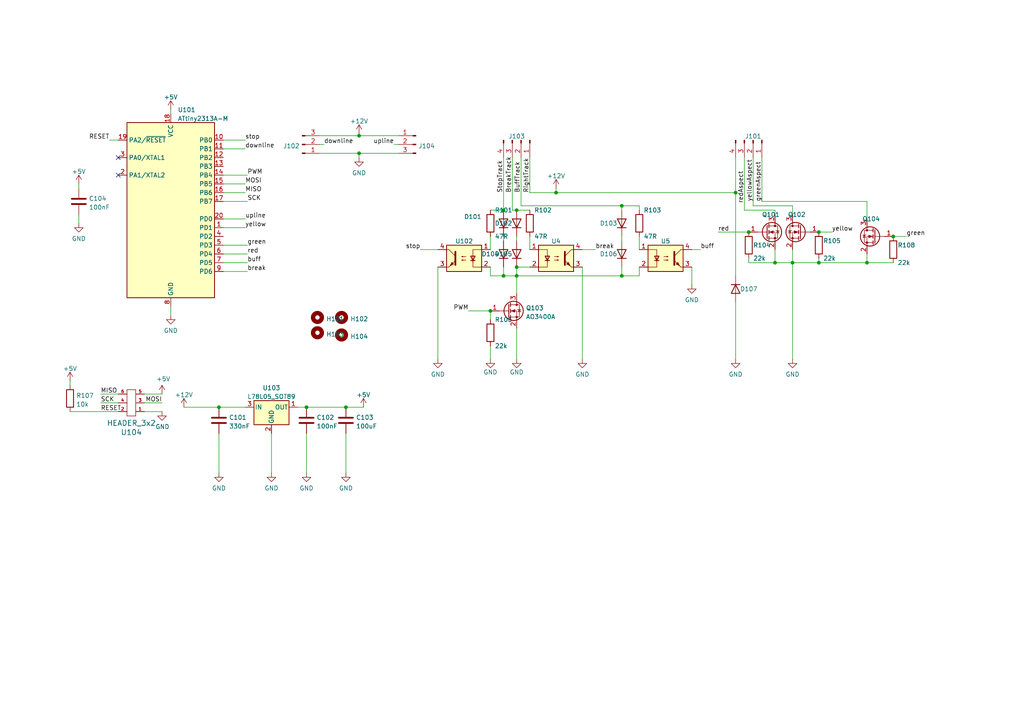
<source format=kicad_sch>
(kicad_sch (version 20211123) (generator eeschema)
  (paper "A4")
  (lib_symbols
    (symbol "Connector:Conn_01x03_Male" (pin_names (offset 1.016) hide)
      (property "Reference" "J" (at 0 5.08 0))
      (property "Value" "Conn_01x03_Male" (at 0 -5.08 0))
      (symbol "Conn_01x03_Male_1_1"
        (polyline (pts (xy 1.27 -2.54) (xy 0.8636 -2.54)) (stroke (width 0.1524)))
        (polyline (pts (xy 1.27 0) (xy 0.8636 0)) (stroke (width 0.1524)))
        (polyline (pts (xy 1.27 2.54) (xy 0.8636 2.54)) (stroke (width 0.1524)))
        (rectangle (start 0.8636 -2.413) (end 0 -2.667) (stroke (width 0.1524)) (fill (type outline)))
        (rectangle (start 0.8636 0.127) (end 0 -0.127) (stroke (width 0.1524)) (fill (type outline)))
        (rectangle (start 0.8636 2.667) (end 0 2.413) (stroke (width 0.1524)) (fill (type outline)))
        (pin passive line (at 5.08 2.54 180) (length 3.81) (name "Pin_1") (number "1"))
        (pin passive line (at 5.08 0 180) (length 3.81) (name "Pin_2") (number "2"))
        (pin passive line (at 5.08 -2.54 180) (length 3.81) (name "Pin_3") (number "3"))
      )
    )
    (symbol "Connector:Conn_01x04_Male" (pin_names (offset 1.016) hide)
      (property "Reference" "J" (at 0 5.08 0))
      (property "Value" "Conn_01x04_Male" (at 0 -7.62 0))
      (symbol "Conn_01x04_Male_1_1"
        (polyline (pts (xy 1.27 -5.08) (xy 0.8636 -5.08)) (stroke (width 0.1524)))
        (polyline (pts (xy 1.27 -2.54) (xy 0.8636 -2.54)) (stroke (width 0.1524)))
        (polyline (pts (xy 1.27 0) (xy 0.8636 0)) (stroke (width 0.1524)))
        (polyline (pts (xy 1.27 2.54) (xy 0.8636 2.54)) (stroke (width 0.1524)))
        (rectangle (start 0.8636 -4.953) (end 0 -5.207) (stroke (width 0.1524)) (fill (type outline)))
        (rectangle (start 0.8636 -2.413) (end 0 -2.667) (stroke (width 0.1524)) (fill (type outline)))
        (rectangle (start 0.8636 0.127) (end 0 -0.127) (stroke (width 0.1524)) (fill (type outline)))
        (rectangle (start 0.8636 2.667) (end 0 2.413) (stroke (width 0.1524)) (fill (type outline)))
        (pin passive line (at 5.08 2.54 180) (length 3.81) (name "Pin_1") (number "1"))
        (pin passive line (at 5.08 0 180) (length 3.81) (name "Pin_2") (number "2"))
        (pin passive line (at 5.08 -2.54 180) (length 3.81) (name "Pin_3") (number "3"))
        (pin passive line (at 5.08 -5.08 180) (length 3.81) (name "Pin_4") (number "4"))
      )
    )
    (symbol "Device:C" (pin_numbers hide) (pin_names (offset 0.254))
      (property "Reference" "C" (at 0.635 2.54 0))
      (property "Value" "C" (at 0.635 -2.54 0))
      (symbol "C_0_1"
        (polyline (pts (xy -2.032 -0.762) (xy 2.032 -0.762)) (stroke (width 0.508)))
        (polyline (pts (xy -2.032 0.762) (xy 2.032 0.762)) (stroke (width 0.508)))
      )
      (symbol "C_1_1"
        (pin passive line (at 0 3.81 270) (length 2.794) (name "~") (number "1"))
        (pin passive line (at 0 -3.81 90) (length 2.794) (name "~") (number "2"))
      )
    )
    (symbol "Device:R" (pin_numbers hide) (pin_names (offset 0))
      (property "Reference" "R" (at 2.032 0 90))
      (property "Value" "R" (at 0 0 90))
      (symbol "R_0_1"
        (rectangle (start -1.016 -2.54) (end 1.016 2.54) (stroke (width 0.254)))
      )
      (symbol "R_1_1"
        (pin passive line (at 0 3.81 270) (length 1.27) (name "~") (number "1"))
        (pin passive line (at 0 -3.81 90) (length 1.27) (name "~") (number "2"))
      )
    )
    (symbol "Diode:SM4007" (pin_numbers hide) (pin_names (offset 1.016) hide)
      (property "Reference" "D" (at 0 2.54 0))
      (property "Value" "SM4007" (at 0 -2.54 0))
      (symbol "SM4007_0_1"
        (polyline (pts (xy -1.27 1.27) (xy -1.27 -1.27)) (stroke (width 0.254)))
        (polyline (pts (xy 1.27 0) (xy -1.27 0)))
        (polyline (pts (xy 1.27 1.27) (xy 1.27 -1.27) (xy -1.27 0) (xy 1.27 1.27)) (stroke (width 0.254)))
      )
      (symbol "SM4007_1_1"
        (pin passive line (at -3.81 0 0) (length 2.54) (name "K") (number "1"))
        (pin passive line (at 3.81 0 180) (length 2.54) (name "A") (number "2"))
      )
    )
    (symbol "Isolator:SFH617A-3X017T" (pin_names (offset 1.016))
      (property "Reference" "U" (at -5.08 6.35 0))
      (property "Value" "SFH617A-3X017T" (at -5.08 -6.35 0))
      (symbol "SFH617A-3X017T_0_1"
        (rectangle (start -5.08 3.81) (end 5.08 -3.81) (stroke (width 0.254)) (fill (type background)))
        (polyline (pts (xy -3.175 -0.635) (xy -1.905 -0.635)) (stroke (width 0.254)))
        (polyline (pts (xy 2.54 0.635) (xy 4.445 2.54)))
        (polyline (pts (xy 4.445 -2.54) (xy 2.54 -0.635)) (fill (type outline)))
        (polyline (pts (xy 4.445 -2.54) (xy 5.08 -2.54)))
        (polyline (pts (xy 4.445 2.54) (xy 5.08 2.54)))
        (polyline (pts (xy -2.54 -0.635) (xy -2.54 -2.54) (xy -5.08 -2.54)))
        (polyline (pts (xy 2.54 1.905) (xy 2.54 -1.905) (xy 2.54 -1.905)) (stroke (width 0.508)))
        (polyline (pts (xy -5.08 2.54) (xy -2.54 2.54) (xy -2.54 -1.27) (xy -2.54 0.635)))
        (polyline (pts (xy -2.54 -0.635) (xy -3.175 0.635) (xy -1.905 0.635) (xy -2.54 -0.635)) (stroke (width 0.254)))
        (polyline (pts (xy -0.508 -0.508) (xy 0.762 -0.508) (xy 0.381 -0.635) (xy 0.381 -0.381) (xy 0.762 -0.508)))
        (polyline (pts (xy -0.508 0.508) (xy 0.762 0.508) (xy 0.381 0.381) (xy 0.381 0.635) (xy 0.762 0.508)))
        (polyline (pts (xy 3.048 -1.651) (xy 3.556 -1.143) (xy 4.064 -2.159) (xy 3.048 -1.651) (xy 3.048 -1.651)) (fill (type outline)))
      )
      (symbol "SFH617A-3X017T_1_1"
        (pin passive line (at -7.62 2.54 0) (length 2.54) (name "~") (number "1"))
        (pin passive line (at -7.62 -2.54 0) (length 2.54) (name "~") (number "2"))
        (pin passive line (at 7.62 -2.54 180) (length 2.54) (name "~") (number "3"))
        (pin passive line (at 7.62 2.54 180) (length 2.54) (name "~") (number "4"))
      )
    )
    (symbol "MCU_Microchip_ATtiny:ATtiny2313A-M"
      (property "Reference" "U" (at -12.7 26.67 0))
      (property "Value" "ATtiny2313A-M" (at 2.54 -26.67 0))
      (symbol "ATtiny2313A-M_0_1"
        (rectangle (start -12.7 -25.4) (end 12.7 25.4) (stroke (width 0.254)) (fill (type background)))
      )
      (symbol "ATtiny2313A-M_1_1"
        (pin bidirectional line (at 15.24 -5.08 180) (length 2.54) (name "PD1") (number "1"))
        (pin bidirectional line (at 15.24 20.32 180) (length 2.54) (name "PB0") (number "10"))
        (pin bidirectional line (at 15.24 17.78 180) (length 2.54) (name "PB1") (number "11"))
        (pin bidirectional line (at 15.24 15.24 180) (length 2.54) (name "PB2") (number "12"))
        (pin bidirectional line (at 15.24 12.7 180) (length 2.54) (name "PB3") (number "13"))
        (pin bidirectional line (at 15.24 10.16 180) (length 2.54) (name "PB4") (number "14"))
        (pin bidirectional line (at 15.24 7.62 180) (length 2.54) (name "PB5") (number "15"))
        (pin bidirectional line (at 15.24 5.08 180) (length 2.54) (name "PB6") (number "16"))
        (pin bidirectional line (at 15.24 2.54 180) (length 2.54) (name "PB7") (number "17"))
        (pin power_in line (at 0 27.94 270) (length 2.54) (name "VCC") (number "18"))
        (pin bidirectional line (at -15.24 20.32 0) (length 2.54) (name "PA2/~{RESET}") (number "19"))
        (pin bidirectional line (at -15.24 10.16 0) (length 2.54) (name "PA1/XTAL2") (number "2"))
        (pin bidirectional line (at 15.24 -2.54 180) (length 2.54) (name "PD0") (number "20"))
        (pin passive line (at 0 -27.94 90) (length 2.54) hide (name "GND") (number "21"))
        (pin bidirectional line (at -15.24 15.24 0) (length 2.54) (name "PA0/XTAL1") (number "3"))
        (pin bidirectional line (at 15.24 -7.62 180) (length 2.54) (name "PD2") (number "4"))
        (pin bidirectional line (at 15.24 -10.16 180) (length 2.54) (name "PD3") (number "5"))
        (pin bidirectional line (at 15.24 -12.7 180) (length 2.54) (name "PD4") (number "6"))
        (pin bidirectional line (at 15.24 -15.24 180) (length 2.54) (name "PD5") (number "7"))
        (pin power_in line (at 0 -27.94 90) (length 2.54) (name "GND") (number "8"))
        (pin bidirectional line (at 15.24 -17.78 180) (length 2.54) (name "PD6") (number "9"))
      )
    )
    (symbol "Mechanical:MountingHole" (pin_names (offset 1.016))
      (property "Reference" "H" (at 0 5.08 0))
      (property "Value" "MountingHole" (at 0 3.175 0))
      (symbol "MountingHole_0_1"
        (circle (center 0 0) (radius 1.27) (stroke (width 1.27)))
      )
    )
    (symbol "Regulator_Linear:L78L05_SOT89" (pin_names (offset 0.254))
      (property "Reference" "U" (at -3.81 3.175 0))
      (property "Value" "L78L05_SOT89" (at -0.635 3.175 0))
      (symbol "L78L05_SOT89_0_1"
        (rectangle (start -5.08 1.905) (end 5.08 -5.08) (stroke (width 0.254)) (fill (type background)))
      )
      (symbol "L78L05_SOT89_1_1"
        (pin power_out line (at 7.62 0 180) (length 2.54) (name "OUT") (number "1"))
        (pin power_in line (at 0 -7.62 90) (length 2.54) (name "GND") (number "2"))
        (pin power_in line (at -7.62 0 0) (length 2.54) (name "IN") (number "3"))
      )
    )
    (symbol "Transistor_FET:AO3400A" (pin_names hide)
      (property "Reference" "Q" (at 5.08 1.905 0))
      (property "Value" "AO3400A" (at 5.08 0 0))
      (symbol "AO3400A_0_1"
        (polyline (pts (xy 0.254 0) (xy -2.54 0)))
        (polyline (pts (xy 0.254 1.905) (xy 0.254 -1.905)) (stroke (width 0.254)))
        (polyline (pts (xy 0.762 -1.27) (xy 0.762 -2.286)) (stroke (width 0.254)))
        (polyline (pts (xy 0.762 0.508) (xy 0.762 -0.508)) (stroke (width 0.254)))
        (polyline (pts (xy 0.762 2.286) (xy 0.762 1.27)) (stroke (width 0.254)))
        (polyline (pts (xy 2.54 2.54) (xy 2.54 1.778)))
        (polyline (pts (xy 2.54 -2.54) (xy 2.54 0) (xy 0.762 0)))
        (polyline (pts (xy 0.762 -1.778) (xy 3.302 -1.778) (xy 3.302 1.778) (xy 0.762 1.778)))
        (polyline (pts (xy 1.016 0) (xy 2.032 0.381) (xy 2.032 -0.381) (xy 1.016 0)) (fill (type outline)))
        (polyline (pts (xy 2.794 0.508) (xy 2.921 0.381) (xy 3.683 0.381) (xy 3.81 0.254)))
        (polyline (pts (xy 3.302 0.381) (xy 2.921 -0.254) (xy 3.683 -0.254) (xy 3.302 0.381)))
        (circle (center 1.651 0) (radius 2.794) (stroke (width 0.254)))
        (circle (center 2.54 -1.778) (radius 0.254) (fill (type outline)))
        (circle (center 2.54 1.778) (radius 0.254) (fill (type outline)))
      )
      (symbol "AO3400A_1_1"
        (pin input line (at -5.08 0 0) (length 2.54) (name "G") (number "1"))
        (pin passive line (at 2.54 -5.08 90) (length 2.54) (name "S") (number "2"))
        (pin passive line (at 2.54 5.08 270) (length 2.54) (name "D") (number "3"))
      )
    )
    (symbol "power:+12V" (power) (pin_names (offset 0))
      (property "Value" "+12V" (at 0 3.556 0))
      (symbol "+12V_0_1"
        (polyline (pts (xy -0.762 1.27) (xy 0 2.54)))
        (polyline (pts (xy 0 0) (xy 0 2.54)))
        (polyline (pts (xy 0 2.54) (xy 0.762 1.27)))
      )
      (symbol "+12V_1_1"
        (pin power_in line (at 0 0 90) (length 0) hide (name "+12V") (number "1"))
      )
    )
    (symbol "power:+5V" (power) (pin_names (offset 0))
      (property "Value" "+5V" (at 0 3.556 0))
      (symbol "+5V_0_1"
        (polyline (pts (xy -0.762 1.27) (xy 0 2.54)))
        (polyline (pts (xy 0 0) (xy 0 2.54)))
        (polyline (pts (xy 0 2.54) (xy 0.762 1.27)))
      )
      (symbol "+5V_1_1"
        (pin power_in line (at 0 0 90) (length 0) hide (name "+5V") (number "1"))
      )
    )
    (symbol "power:GND" (power) (pin_names (offset 0))
      (property "Value" "GND" (at 0 -3.81 0))
      (symbol "GND_0_1"
        (polyline (pts (xy 0 0) (xy 0 -1.27) (xy 1.27 -1.27) (xy 0 -2.54) (xy -1.27 -1.27) (xy 0 -1.27)))
      )
      (symbol "GND_1_1"
        (pin power_in line (at 0 0 270) (length 0) hide (name "GND") (number "1"))
      )
    )
    (symbol "servoDriverSMD-rescue:HEADER_3x2-w_connectors" (pin_names (offset 0))
      (property "Reference" "J" (at 0 5.08 0))
      (property "Value" "HEADER_3x2-w_connectors" (at 0 -5.08 0))
      (symbol "HEADER_3x2-w_connectors_0_1"
        (rectangle (start 1.27 3.81) (end -1.27 -3.81))
      )
      (symbol "HEADER_3x2-w_connectors_1_1"
        (pin passive line (at -3.81 2.54 0) (length 2.54) (name "~") (number "1"))
        (pin passive line (at 3.81 2.54 180) (length 2.54) (name "~") (number "2"))
        (pin passive line (at -3.81 0 0) (length 2.54) (name "~") (number "3"))
        (pin passive line (at 3.81 0 180) (length 2.54) (name "~") (number "4"))
        (pin passive line (at -3.81 -2.54 0) (length 2.54) (name "~") (number "5"))
        (pin passive line (at 3.81 -2.54 180) (length 2.54) (name "~") (number "6"))
      )
    )
  )
  (junction (at 88.9 118.11))
  (junction (at 149.86 77.47))
  (junction (at 149.86 80.01))
  (junction (at 180.34 80.01))
  (junction (at 129.54 -48.26))
  (junction (at 142.24 90.17))
  (junction (at 237.49 76.2))
  (junction (at 149.86 60.96))
  (junction (at 146.05 60.96))
  (junction (at 213.36 55.88))
  (junction (at 229.87 76.2))
  (junction (at 100.33 118.11))
  (junction (at 180.34 59.69))
  (junction (at 224.79 76.2))
  (junction (at 237.49 67.31))
  (junction (at 146.05 80.01))
  (junction (at 259.08 68.58))
  (junction (at 63.5 118.11))
  (junction (at 161.29 55.88))
  (junction (at 104.14 44.45))
  (junction (at 104.14 39.37))
  (junction (at 217.17 67.31))
  (junction (at 251.46 76.2))
  (no_connect (at 34.29 50.8))
  (no_connect (at 34.29 45.72))
  (wire (pts (xy 135.89 -54.61) (xy 135.89 -53.34)))
  (wire (pts (xy 31.75 40.64) (xy 34.29 40.64)))
  (wire (pts (xy 127 77.47) (xy 127 104.14)))
  (wire (pts (xy 149.86 80.01) (xy 149.86 85.09)))
  (wire (pts (xy 168.91 77.47) (xy 168.91 104.14)))
  (wire (pts (xy 133.35 -67.31) (xy 133.35 -60.96)))
  (wire (pts (xy 135.89 90.17) (xy 142.24 90.17)))
  (wire (pts (xy 213.36 87.63) (xy 213.36 104.14)))
  (wire (pts (xy 41.91 114.3) (xy 46.99 114.3)))
  (polyline (pts (xy 93.98 -57.15) (xy 110.49 -57.15)))
  (wire (pts (xy 151.13 59.69) (xy 180.34 59.69)))
  (polyline (pts (xy 123.19 -60.96) (xy 123.19 -55.88)))
  (wire (pts (xy 142.24 68.58) (xy 142.24 72.39)))
  (wire (pts (xy 77.47 -57.15) (xy 72.39 -57.15)))
  (wire (pts (xy 146.05 80.01) (xy 149.86 80.01)))
  (polyline (pts (xy 130.81 -41.91) (xy 130.81 -34.29)))
  (wire (pts (xy 224.79 60.96) (xy 215.9 60.96)))
  (wire (pts (xy 149.86 95.25) (xy 149.86 104.14)))
  (polyline (pts (xy 130.81 -34.29) (xy 128.27 -34.29)))
  (wire (pts (xy 125.73 -63.5) (xy 109.22 -63.5)))
  (wire (pts (xy 142.24 100.33) (xy 142.24 104.14)))
  (wire (pts (xy 41.91 116.84) (xy 46.99 116.84)))
  (wire (pts (xy 142.24 60.96) (xy 146.05 60.96)))
  (wire (pts (xy 64.77 53.34) (xy 71.12 53.34)))
  (wire (pts (xy 153.67 55.88) (xy 153.67 45.72)))
  (wire (pts (xy 109.22 -67.31) (xy 109.22 -63.5)))
  (polyline (pts (xy 77.47 -59.69) (xy 87.63 -59.69)))
  (wire (pts (xy 49.53 88.9) (xy 49.53 91.44)))
  (wire (pts (xy 180.34 68.58) (xy 180.34 69.85)))
  (wire (pts (xy 140.97 -60.96) (xy 140.97 -63.5)))
  (wire (pts (xy 87.63 -54.61) (xy 93.98 -54.61)))
  (wire (pts (xy 110.49 -48.26) (xy 129.54 -48.26)))
  (wire (pts (xy 49.53 31.75) (xy 49.53 33.02)))
  (polyline (pts (xy 138.43 -60.96) (xy 138.43 -55.88)))
  (wire (pts (xy 104.14 39.37) (xy 115.57 39.37)))
  (wire (pts (xy 180.34 59.69) (xy 180.34 60.96)))
  (polyline (pts (xy 77.47 -59.69) (xy 77.47 -50.8)))
  (polyline (pts (xy 73.66 -41.91) (xy 76.2 -41.91)))
  (wire (pts (xy 20.32 119.38) (xy 34.29 119.38)))
  (wire (pts (xy 149.86 68.58) (xy 149.86 69.85)))
  (wire (pts (xy 72.39 -72.39) (xy 77.47 -72.39)))
  (wire (pts (xy 224.79 62.23) (xy 224.79 60.96)))
  (polyline (pts (xy 128.27 -60.96) (xy 128.27 -55.88)))
  (wire (pts (xy 229.87 72.39) (xy 229.87 76.2)))
  (polyline (pts (xy 123.19 -60.96) (xy 128.27 -60.96)))
  (wire (pts (xy 53.34 118.11) (xy 63.5 118.11)))
  (wire (pts (xy 133.35 -55.88) (xy 133.35 -53.34)))
  (wire (pts (xy 146.05 77.47) (xy 146.05 80.01)))
  (wire (pts (xy 64.77 73.66) (xy 71.755 73.66)))
  (wire (pts (xy 148.59 60.96) (xy 149.86 60.96)))
  (polyline (pts (xy 135.89 -60.96) (xy 135.89 -55.88)))
  (polyline (pts (xy 129.54 -73.66) (xy 129.54 -78.74)))
  (wire (pts (xy 161.29 55.88) (xy 153.67 55.88)))
  (wire (pts (xy 72.39 -57.15) (xy 72.39 -72.39)))
  (polyline (pts (xy 73.66 -43.18) (xy 76.2 -43.18)))
  (wire (pts (xy 146.05 68.58) (xy 146.05 69.85)))
  (polyline (pts (xy 129.54 -78.74) (xy 125.73 -76.2)))
  (wire (pts (xy 229.87 59.69) (xy 229.87 62.23)))
  (wire (pts (xy 20.32 110.49) (xy 20.32 111.76)))
  (wire (pts (xy 171.45 -67.31) (xy 171.45 -63.5)))
  (wire (pts (xy 64.77 58.42) (xy 71.755 58.42)))
  (polyline (pts (xy 129.54 -73.66) (xy 125.73 -76.2)))
  (wire (pts (xy 251.46 76.2) (xy 237.49 76.2)))
  (wire (pts (xy 142.24 80.01) (xy 146.05 80.01)))
  (wire (pts (xy 125.73 -55.88) (xy 125.73 -54.61)))
  (wire (pts (xy 22.86 62.23) (xy 22.86 64.77)))
  (wire (pts (xy 64.77 50.8) (xy 71.755 50.8)))
  (wire (pts (xy 161.29 54.61) (xy 161.29 55.88)))
  (wire (pts (xy 149.86 77.47) (xy 153.67 77.47)))
  (wire (pts (xy 180.34 80.01) (xy 185.42 80.01)))
  (wire (pts (xy 180.34 77.47) (xy 180.34 80.01)))
  (polyline (pts (xy 138.43 -60.96) (xy 143.51 -60.96)))
  (wire (pts (xy 29.21 114.3) (xy 34.29 114.3)))
  (wire (pts (xy 64.77 71.12) (xy 71.755 71.12)))
  (polyline (pts (xy 111.76 -67.31) (xy 78.105 -67.31)) (stroke (width 0.5) (type solid) (color 0 0 255 1)))
  (wire (pts (xy 92.71 39.37) (xy 104.14 39.37)))
  (wire (pts (xy 82.55 -50.8) (xy 82.55 -21.59)))
  (wire (pts (xy 63.5 125.73) (xy 63.5 137.16)))
  (wire (pts (xy 217.17 76.2) (xy 224.79 76.2)))
  (wire (pts (xy 138.43 -43.18) (xy 138.43 -21.59)))
  (polyline (pts (xy 140.97 -53.34) (xy 140.97 -43.18)))
  (wire (pts (xy 146.05 45.72) (xy 146.05 60.96)))
  (polyline (pts (xy 140.97 -43.18) (xy 130.81 -43.18)))
  (polyline (pts (xy 74.93 -41.91) (xy 74.93 -21.59)))
  (wire (pts (xy 148.59 45.72) (xy 148.59 60.96)))
  (wire (pts (xy 86.36 118.11) (xy 88.9 118.11)))
  (polyline (pts (xy 87.63 -50.8) (xy 77.47 -50.8)))
  (polyline (pts (xy 205.74 -72.39) (xy 77.47 -72.39)) (stroke (width 0.5) (type solid) (color 194 0 0 1)))
  (wire (pts (xy 78.74 125.73) (xy 78.74 137.16)))
  (wire (pts (xy 129.54 -48.26) (xy 129.54 -41.91)))
  (wire (pts (xy 101.6 -35.56) (xy 101.6 -21.59)))
  (wire (pts (xy 34.29 116.84) (xy 29.21 116.84)))
  (polyline (pts (xy 143.51 -60.96) (xy 143.51 -55.88)))
  (polyline (pts (xy 130.81 -60.96) (xy 130.81 -55.88)))
  (wire (pts (xy 200.66 77.47) (xy 200.66 82.55)))
  (wire (pts (xy 22.86 53.34) (xy 22.86 54.61)))
  (polyline (pts (xy 74.93 -66.04) (xy 74.93 -43.18)))
  (wire (pts (xy 129.54 -21.59) (xy 129.54 -34.29)))
  (wire (pts (xy 151.13 45.72) (xy 151.13 59.69)))
  (wire (pts (xy 200.66 72.39) (xy 203.2 72.39)))
  (wire (pts (xy 121.92 72.39) (xy 127 72.39)))
  (wire (pts (xy 229.87 76.2) (xy 237.49 76.2)))
  (wire (pts (xy 208.28 67.31) (xy 217.17 67.31)))
  (wire (pts (xy 64.77 43.18) (xy 71.12 43.18)))
  (polyline (pts (xy 128.27 -41.91) (xy 128.27 -34.29)))
  (wire (pts (xy 161.29 55.88) (xy 213.36 55.88)))
  (wire (pts (xy 229.87 76.2) (xy 229.87 104.14)))
  (wire (pts (xy 149.86 60.96) (xy 153.67 60.96)))
  (polyline (pts (xy 128.27 -41.91) (xy 130.81 -41.91)))
  (polyline (pts (xy 130.81 -60.96) (xy 135.89 -60.96)))
  (wire (pts (xy 114.3 41.91) (xy 115.57 41.91)))
  (wire (pts (xy 220.98 58.42) (xy 251.46 58.42)))
  (polyline (pts (xy 129.54 -76.2) (xy 140.97 -76.2)))
  (wire (pts (xy 251.46 76.2) (xy 259.08 76.2)))
  (wire (pts (xy 217.17 74.93) (xy 217.17 76.2)))
  (wire (pts (xy 88.9 125.73) (xy 88.9 137.16)))
  (polyline (pts (xy 87.63 -59.69) (xy 87.63 -50.8)))
  (wire (pts (xy 180.34 59.69) (xy 185.42 59.69)))
  (polyline (pts (xy 93.98 -57.15) (xy 93.98 -35.56)))
  (wire (pts (xy 64.77 55.88) (xy 71.12 55.88)))
  (wire (pts (xy 92.71 44.45) (xy 104.14 44.45)))
  (wire (pts (xy 213.36 55.88) (xy 213.36 80.01)))
  (wire (pts (xy 104.14 44.45) (xy 115.57 44.45)))
  (polyline (pts (xy 77.47 -21.59) (xy 205.74 -21.59)) (stroke (width 0.5) (type solid) (color 0 0 194 1)))
  (wire (pts (xy 215.9 60.96) (xy 215.9 45.72)))
  (wire (pts (xy 142.24 -54.61) (xy 135.89 -54.61)))
  (polyline (pts (xy 135.89 -55.88) (xy 130.81 -55.88)))
  (wire (pts (xy 64.77 76.2) (xy 71.755 76.2)))
  (polyline (pts (xy 76.2 -41.91) (xy 74.93 -43.18)))
  (wire (pts (xy 125.73 -54.61) (xy 132.08 -54.61)))
  (wire (pts (xy 132.08 -54.61) (xy 132.08 -53.34)))
  (wire (pts (xy 142.24 -55.88) (xy 142.24 -54.61)))
  (wire (pts (xy 92.71 41.91) (xy 93.98 41.91)))
  (polyline (pts (xy 204.47 -67.31) (xy 142.24 -67.31)) (stroke (width 0.5) (type solid) (color 0 0 255 1)))
  (polyline (pts (xy 73.66 -41.91) (xy 74.93 -43.18)))
  (wire (pts (xy 185.42 59.69) (xy 185.42 60.96)))
  (wire (pts (xy 64.77 63.5) (xy 71.12 63.5)))
  (wire (pts (xy 168.91 72.39) (xy 172.72 72.39)))
  (wire (pts (xy 64.77 66.04) (xy 71.12 66.04)))
  (wire (pts (xy 220.98 45.72) (xy 220.98 58.42)))
  (wire (pts (xy 180.34 80.01) (xy 149.86 80.01)))
  (wire (pts (xy 259.08 68.58) (xy 262.89 68.58)))
  (polyline (pts (xy 110.49 -35.56) (xy 93.98 -35.56)))
  (wire (pts (xy 140.97 -63.5) (xy 171.45 -63.5)))
  (wire (pts (xy 251.46 58.42) (xy 251.46 63.5)))
  (wire (pts (xy 142.24 90.17) (xy 142.24 92.71)))
  (wire (pts (xy 149.86 77.47) (xy 149.86 80.01)))
  (polyline (pts (xy 128.27 -55.88) (xy 123.19 -55.88)))
  (polyline (pts (xy 130.81 -53.34) (xy 130.81 -43.18)))
  (wire (pts (xy 142.24 77.47) (xy 142.24 80.01)))
  (wire (pts (xy 224.79 72.39) (xy 224.79 76.2)))
  (wire (pts (xy 41.91 119.38) (xy 46.99 119.38)))
  (wire (pts (xy 224.79 76.2) (xy 229.87 76.2)))
  (wire (pts (xy 104.14 38.735) (xy 104.14 39.37)))
  (wire (pts (xy 88.9 118.11) (xy 100.33 118.11)))
  (wire (pts (xy 218.44 45.72) (xy 218.44 59.69)))
  (wire (pts (xy 100.33 125.73) (xy 100.33 137.16)))
  (wire (pts (xy 218.44 59.69) (xy 229.87 59.69)))
  (wire (pts (xy 237.49 74.93) (xy 237.49 76.2)))
  (wire (pts (xy 237.49 67.31) (xy 241.3 67.31)))
  (wire (pts (xy 64.77 40.64) (xy 71.12 40.64)))
  (wire (pts (xy 130.81 -48.26) (xy 129.54 -48.26)))
  (wire (pts (xy 153.67 68.58) (xy 153.67 72.39)))
  (wire (pts (xy 213.36 55.88) (xy 213.36 45.72)))
  (wire (pts (xy 63.5 118.11) (xy 71.12 118.11)))
  (polyline (pts (xy 130.81 -53.34) (xy 140.97 -53.34)))
  (wire (pts (xy 100.33 118.11) (xy 105.41 118.11)))
  (polyline (pts (xy 110.49 -57.15) (xy 110.49 -35.56)))
  (polyline (pts (xy 140.335 -67.31) (xy 113.665 -67.31)) (stroke (width 0.5) (type solid) (color 0 0 255 1)))
  (wire (pts (xy 104.14 44.45) (xy 104.14 45.72)))
  (wire (pts (xy 185.42 68.58) (xy 185.42 72.39)))
  (wire (pts (xy 185.42 80.01) (xy 185.42 77.47)))
  (wire (pts (xy 251.46 73.66) (xy 251.46 76.2)))
  (polyline (pts (xy 143.51 -55.88) (xy 138.43 -55.88)))
  (wire (pts (xy 125.73 -60.96) (xy 125.73 -63.5)))
  (wire (pts (xy 64.77 78.74) (xy 71.755 78.74)))
  (text "C" (at 137.16 -50.8 0) (effects (font (size 1.27 1.27)) (justify left bottom)))
  (text "E" (at 137.16 -44.45 0) (effects (font (size 1.27 1.27)) (justify left bottom)))
  (text "Bu" (at 139.7 -58.42 0) (effects (font (size 1.27 1.27)) (justify left bottom)))
  (text "St" (at 124.46 -58.42 0) (effects (font (size 1.27 1.27)) (justify left bottom)))
  (text "Br" (at 132.08 -58.42 0) (effects (font (size 1.27 1.27)) (justify left bottom)))
  (text "78L05" (at 80.01 -54.61 0) (effects (font (size 1.27 1.27)) (justify left bottom)))
  (text "0V" (at 208.28 -19.05 180) (effects (font (size 1.27 1.27)) (justify right bottom)))
  (text "MCU" (at 100.33 -45.72 0) (effects (font (size 1.27 1.27)) (justify left bottom)))
  (text "B" (at 132.08 -46.99 0) (effects (font (size 1.27 1.27)) (justify left bottom)))
  (text "12V" (at 210.82 -73.66 180) (effects (font (size 1.27 1.27)) (justify right bottom)))
  (label "PWM" (at 135.89 90.17 180))
  (label "upline" (at 71.12 63.5 0))
  (label "MISO" (at 71.12 55.88 0))
  (label "yellowAspect" (at 218.44 58.42 90))
  (label "greenAspect" (at 220.98 58.42 90))
  (label "green" (at 71.755 71.12 0))
  (label "stop" (at 71.12 40.64 0))
  (label "stop" (at 121.92 72.39 180))
  (label "green" (at 262.89 68.58 0))
  (label "PWM" (at 71.755 50.8 0))
  (label "BuffTrack" (at 151.13 55.88 90))
  (label "downline" (at 71.12 43.18 0))
  (label "MOSI" (at 46.99 116.84 180))
  (label "StopTrack" (at 146.05 55.88 90))
  (label "RESET" (at 31.75 40.64 180))
  (label "BreakTrack" (at 148.59 55.88 90))
  (label "break" (at 172.72 72.39 0))
  (label "RightTrack" (at 153.67 55.88 90))
  (label "SCK" (at 71.755 58.42 0))
  (label "yellow" (at 241.3 67.31 0))
  (label "red" (at 71.755 73.66 0))
  (label "yellow" (at 71.12 66.04 0))
  (label "redAspect" (at 215.9 49.53 270))
  (label "downline" (at 93.98 41.91 0))
  (label "buff" (at 71.755 76.2 0))
  (label "break" (at 71.755 78.74 0))
  (label "buff" (at 203.2 72.39 0))
  (label "RESET" (at 29.21 119.38 0))
  (label "red" (at 208.28 67.31 0))
  (label "MOSI" (at 71.12 53.34 0))
  (label "upline" (at 114.3 41.91 180))
  (label "MISO" (at 29.21 114.3 0))
  (label "SCK" (at 29.21 116.84 0))
  (symbol (lib_id "Connector:Conn_01x04_Male") (at 151.13 40.64 270) (unit 1)
    (property "Reference" "J103" (at 149.86 39.528 90))
    (property "Value" "Conn_01x04_Male" (effects hide))
    (property "Footprint" "Connector_Phoenix_MC:PhoenixContact_MC_1,5_4-G-3.81_1x04_P3.81mm_Horizontal" (effects hide))
  )
  (symbol (lib_id "Connector:Conn_01x03_Male") (at 120.65 41.91 0) (mirror y) (unit 1)
    (property "Reference" "J104" (at 121.3612 42.3438 0) (effects (justify right)))
    (property "Value" "Conn_01x03_Male" (effects hide))
    (property "Footprint" "Connector_Phoenix_MC:PhoenixContact_MC_1,5_3-G-3.81_1x03_P3.81mm_Horizontal" (effects hide))
  )
  (symbol (lib_id "power:GND") (at 149.86 104.14 0) (unit 1)
    (property "Reference" "#PWR0109" (effects hide))
    (property "Value" "GND" (at 149.86 107.95 0))
  )
  (symbol (lib_id "Device:C") (at 63.5 121.92 0) (unit 1)
    (property "Reference" "C101" (at 66.421 121.0853 0) (effects (justify left)))
    (property "Value" "330nF" (at 66.421 123.6222 0) (effects (justify left)))
    (property "Footprint" "Capacitor_SMD:C_0603_1608Metric_Pad1.08x0.95mm_HandSolder" (effects hide))
    (property "JLCPCB Part#" "C1615" (effects hide))
  )
  (symbol (lib_id "Mechanical:MountingHole") (at 99.06 97.155 0) (unit 1)
    (property "Reference" "H104" (at 101.6 97.5888 0) (effects (justify left)))
    (property "Value" "MountingHole" (effects hide))
    (property "Footprint" "MountingHole:MountingHole_3.2mm_M3" (effects hide))
  )
  (symbol (lib_id "Transistor_FET:AO3400A") (at 222.25 67.31 0) (unit 1)
    (property "Reference" "Q101" (at 220.98 62.23 0) (effects (justify left)))
    (property "Value" "AO3400A" (effects hide))
    (property "Footprint" "Package_TO_SOT_SMD:SOT-23" (effects hide))
    (property "Datasheet" "http://www.aosmd.com/pdfs/datasheet/AO3400A.pdf" (effects hide))
    (property "JLCPCB Part#" "C20917" (effects hide))
  )
  (symbol (lib_id "Device:R") (at 217.17 71.12 0) (unit 1)
    (property "Reference" "R104" (at 218.44 71.12 0) (effects (justify left)))
    (property "Value" "22k" (at 218.44 74.93 0) (effects (justify left)))
    (property "Footprint" "Resistor_SMD:R_0805_2012Metric_Pad1.20x1.40mm_HandSolder" (effects hide))
    (property "JLCPCB Part#" "C17560" (effects hide))
  )
  (symbol (lib_id "Isolator:SFH617A-3X017T") (at 193.04 74.93 0) (unit 1)
    (property "Reference" "U5" (at 193.04 69.9572 0))
    (property "Value" "SFH617A-3X017T" (effects hide))
    (property "Footprint" "Package_DIP:SMDIP-4_W9.53mm_Clearance8mm" (effects hide))
    (property "Datasheet" "http://www.vishay.com/docs/83740/sfh617a.pdf" (effects hide))
  )
  (symbol (lib_id "Connector:Conn_01x03_Male") (at 87.63 41.91 0) (mirror x) (unit 1)
    (property "Reference" "J102" (at 86.9188 42.3438 0) (effects (justify right)))
    (property "Value" "Conn_01x03_Male" (effects hide))
    (property "Footprint" "Connector_Phoenix_MC:PhoenixContact_MC_1,5_3-G-3.81_1x03_P3.81mm_Horizontal" (effects hide))
  )
  (symbol (lib_id "Device:C") (at 100.33 121.92 0) (unit 1)
    (property "Reference" "C103" (at 103.251 121.0853 0) (effects (justify left)))
    (property "Value" "100uF" (at 103.251 123.6222 0) (effects (justify left)))
    (property "Footprint" "Capacitor_SMD:C_1206_3216Metric_Pad1.33x1.80mm_HandSolder" (effects hide))
    (property "JLCPCB Part#" "C15008" (effects hide))
  )
  (symbol (lib_id "power:GND") (at 104.14 45.72 0) (unit 1)
    (property "Reference" "#PWR0118" (effects hide))
    (property "Value" "GND" (at 104.14 50.1634 0))
  )
  (symbol (lib_id "Mechanical:MountingHole") (at 92.075 92.075 0) (unit 1)
    (property "Reference" "H101" (at 94.615 92.5088 0) (effects (justify left)))
    (property "Value" "MountingHole" (effects hide))
    (property "Footprint" "MountingHole:MountingHole_3.2mm_M3" (effects hide))
  )
  (symbol (lib_id "power:GND") (at 63.5 137.16 0) (unit 1)
    (property "Reference" "#PWR0113" (effects hide))
    (property "Value" "GND" (at 63.5 141.6034 0))
  )
  (symbol (lib_id "Isolator:SFH617A-3X017T") (at 134.62 74.93 0) (mirror y) (unit 1)
    (property "Reference" "U102" (at 134.62 69.9572 0))
    (property "Value" "SFH617A-3X017T" (effects hide))
    (property "Footprint" "Package_DIP:SMDIP-4_W9.53mm_Clearance8mm" (effects hide))
    (property "Datasheet" "http://www.vishay.com/docs/83740/sfh617a.pdf" (effects hide))
  )
  (symbol (lib_id "Diode:SM4007") (at 180.34 64.77 90) (unit 1)
    (property "Reference" "D103" (at 179.07 64.77 90) (effects (justify left)))
    (property "Value" "SM4007" (effects hide))
    (property "Footprint" "Diode_SMD:D_SOD-123F" (effects hide))
    (property "Datasheet" "http://cdn-reichelt.de/documents/datenblatt/A400/SMD1N400%23DIO.pdf" (effects hide))
    (property "JLCPCB Part#" "C64898" (effects hide))
  )
  (symbol (lib_id "Diode:SM4007") (at 180.34 73.66 90) (unit 1)
    (property "Reference" "D106" (at 179.07 73.66 90) (effects (justify left)))
    (property "Value" "SM4007" (effects hide))
    (property "Footprint" "Diode_SMD:D_SOD-123F" (effects hide))
    (property "Datasheet" "http://cdn-reichelt.de/documents/datenblatt/A400/SMD1N400%23DIO.pdf" (effects hide))
    (property "JLCPCB Part#" "C64898" (effects hide))
  )
  (symbol (lib_id "servoDriverSMD-rescue:HEADER_3x2-w_connectors") (at 38.1 116.84 180) (unit 1)
    (property "Reference" "U104" (at 38.1 125.3998 0) (effects (font (size 1.524 1.524))))
    (property "Value" "HEADER_3x2" (at 38.1 122.7074 0) (effects (font (size 1.524 1.524))))
    (property "Footprint" "Connector_PinSocket_1.27mm:PinSocket_2x03_P1.27mm_Vertical" (effects hide))
  )
  (symbol (lib_id "power:GND") (at 168.91 104.14 0) (unit 1)
    (property "Reference" "#PWR0108" (effects hide))
    (property "Value" "GND" (at 168.91 108.5834 0))
  )
  (symbol (lib_id "Device:R") (at 259.08 72.39 0) (unit 1)
    (property "Reference" "R108" (at 260.35 71.12 0) (effects (justify left)))
    (property "Value" "22k" (at 260.35 76.2 0) (effects (justify left)))
    (property "Footprint" "Resistor_SMD:R_0805_2012Metric_Pad1.20x1.40mm_HandSolder" (effects hide))
    (property "JLCPCB Part#" "C17560" (effects hide))
  )
  (symbol (lib_id "Device:R") (at 142.24 96.52 0) (unit 1)
    (property "Reference" "R106" (at 143.51 92.71 0) (effects (justify left)))
    (property "Value" "22k" (at 143.51 100.33 0) (effects (justify left)))
    (property "Footprint" "Resistor_SMD:R_0805_2012Metric_Pad1.20x1.40mm_HandSolder" (effects hide))
    (property "JLCPCB Part#" "C17560" (effects hide))
  )
  (symbol (lib_id "power:+5V") (at 49.53 31.75 0) (unit 1)
    (property "Reference" "#PWR0117" (effects hide))
    (property "Value" "+5V" (at 49.53 28.1742 0))
  )
  (symbol (lib_id "power:GND") (at 100.33 137.16 0) (unit 1)
    (property "Reference" "#PWR0115" (effects hide))
    (property "Value" "GND" (at 100.33 141.6034 0))
  )
  (symbol (lib_id "Diode:SM4007") (at 146.05 64.77 90) (unit 1)
    (property "Reference" "D101" (at 139.7 62.865 90) (effects (justify left)))
    (property "Value" "SM4007" (effects hide))
    (property "Footprint" "Diode_SMD:D_SOD-123F" (effects hide))
    (property "Datasheet" "http://cdn-reichelt.de/documents/datenblatt/A400/SMD1N400%23DIO.pdf" (effects hide))
    (property "JLCPCB Part#" "C64898" (effects hide))
  )
  (symbol (lib_id "power:+12V") (at 104.14 38.735 0) (unit 1)
    (property "Reference" "#PWR0119" (effects hide))
    (property "Value" "+12V" (at 104.14 35.1592 0))
  )
  (symbol (lib_id "Diode:SM4007") (at 149.86 64.77 90) (unit 1)
    (property "Reference" "D102" (at 148.59 64.77 90) (effects (justify left)))
    (property "Value" "SM4007" (effects hide))
    (property "Footprint" "Diode_SMD:D_SOD-123F" (effects hide))
    (property "Datasheet" "http://cdn-reichelt.de/documents/datenblatt/A400/SMD1N400%23DIO.pdf" (effects hide))
    (property "JLCPCB Part#" "C64898" (effects hide))
  )
  (symbol (lib_id "power:+12V") (at 53.34 118.11 0) (unit 1)
    (property "Reference" "#PWR0114" (effects hide))
    (property "Value" "+12V" (at 53.34 114.5342 0))
  )
  (symbol (lib_id "Device:R") (at 185.42 64.77 0) (unit 1)
    (property "Reference" "R103" (at 186.69 60.96 0) (effects (justify left)))
    (property "Value" "47R" (at 186.69 68.58 0) (effects (justify left)))
    (property "Footprint" "Resistor_SMD:R_0805_2012Metric_Pad1.20x1.40mm_HandSolder" (effects hide))
    (property "JLCPCB Part#" "C17714" (effects hide))
  )
  (symbol (lib_id "Diode:SM4007") (at 146.05 73.66 90) (unit 1)
    (property "Reference" "D104" (at 144.78 73.66 90) (effects (justify left)))
    (property "Value" "SM4007" (effects hide))
    (property "Footprint" "Diode_SMD:D_SOD-123F" (effects hide))
    (property "Datasheet" "http://cdn-reichelt.de/documents/datenblatt/A400/SMD1N400%23DIO.pdf" (effects hide))
    (property "JLCPCB Part#" "C64898" (effects hide))
  )
  (symbol (lib_id "power:GND") (at 46.99 119.38 0) (unit 1)
    (property "Reference" "#PWR0120" (effects hide))
    (property "Value" "GND" (at 47.117 123.7742 0))
  )
  (symbol (lib_id "power:+5V") (at 20.32 110.49 0) (unit 1)
    (property "Reference" "#PWR0122" (effects hide))
    (property "Value" "+5V" (at 20.32 106.9142 0))
  )
  (symbol (lib_id "Transistor_FET:AO3400A") (at 232.41 67.31 0) (mirror y) (unit 1)
    (property "Reference" "Q102" (at 233.68 62.23 0) (effects (justify left)))
    (property "Value" "AO3400A" (effects hide))
    (property "Footprint" "Package_TO_SOT_SMD:SOT-23" (effects hide))
    (property "Datasheet" "http://www.aosmd.com/pdfs/datasheet/AO3400A.pdf" (effects hide))
    (property "JLCPCB Part#" "C20917" (effects hide))
  )
  (symbol (lib_id "power:GND") (at 142.24 104.14 0) (unit 1)
    (property "Reference" "#PWR0107" (effects hide))
    (property "Value" "GND" (at 142.24 107.95 0))
  )
  (symbol (lib_id "Diode:SM4007") (at 213.36 83.82 270) (unit 1)
    (property "Reference" "D107" (at 214.63 83.82 90) (effects (justify left)))
    (property "Value" "SM4007" (effects hide))
    (property "Footprint" "Diode_SMD:D_SOD-123F" (effects hide))
    (property "Datasheet" "http://cdn-reichelt.de/documents/datenblatt/A400/SMD1N400%23DIO.pdf" (effects hide))
    (property "JLCPCB Part#" "C64898" (effects hide))
  )
  (symbol (lib_id "power:GND") (at 229.87 104.14 0) (unit 1)
    (property "Reference" "#PWR0103" (effects hide))
    (property "Value" "GND" (at 229.87 108.5834 0))
  )
  (symbol (lib_id "power:+5V") (at 105.41 118.11 0) (unit 1)
    (property "Reference" "#PWR0105" (effects hide))
    (property "Value" "+5V" (at 105.41 114.5342 0))
  )
  (symbol (lib_id "power:GND") (at 213.36 104.14 0) (unit 1)
    (property "Reference" "#PWR0101" (effects hide))
    (property "Value" "GND" (at 213.36 108.5834 0))
  )
  (symbol (lib_id "Device:C") (at 22.86 58.42 0) (unit 1)
    (property "Reference" "C104" (at 25.781 57.5853 0) (effects (justify left)))
    (property "Value" "100nF" (at 25.781 60.1222 0) (effects (justify left)))
    (property "Footprint" "Capacitor_SMD:C_0603_1608Metric_Pad1.08x0.95mm_HandSolder" (effects hide))
    (property "JLCPCB Part#" "C14663" (effects hide))
  )
  (symbol (lib_id "power:GND") (at 49.53 91.44 0) (unit 1)
    (property "Reference" "#PWR0106" (effects hide))
    (property "Value" "GND" (at 49.53 95.8834 0))
  )
  (symbol (lib_id "Mechanical:MountingHole") (at 92.075 96.52 0) (unit 1)
    (property "Reference" "H103" (at 94.615 96.9538 0) (effects (justify left)))
    (property "Value" "MountingHole" (effects hide))
    (property "Footprint" "MountingHole:MountingHole_3.2mm_M3" (effects hide))
  )
  (symbol (lib_id "Connector:Conn_01x04_Male") (at 218.44 40.64 270) (unit 1)
    (property "Reference" "J101" (at 218.44 39.528 90))
    (property "Value" "Conn_01x04_Male" (effects hide))
    (property "Footprint" "Connector_Phoenix_MC:PhoenixContact_MC_1,5_4-G-3.5_1x04_P3.50mm_Horizontal" (effects hide))
  )
  (symbol (lib_id "Device:R") (at 153.67 64.77 0) (unit 1)
    (property "Reference" "R102" (at 154.94 60.96 0) (effects (justify left)))
    (property "Value" "47R" (at 154.94 68.58 0) (effects (justify left)))
    (property "Footprint" "Resistor_SMD:R_0805_2012Metric_Pad1.20x1.40mm_HandSolder" (effects hide))
    (property "JLCPCB Part#" "C17714" (effects hide))
  )
  (symbol (lib_id "power:+5V") (at 46.99 114.3 0) (unit 1)
    (property "Reference" "#PWR0121" (effects hide))
    (property "Value" "+5V" (at 47.371 109.9058 0))
  )
  (symbol (lib_id "Device:R") (at 142.24 64.77 0) (unit 1)
    (property "Reference" "R101" (at 143.51 60.96 0) (effects (justify left)))
    (property "Value" "47R" (at 143.51 68.58 0) (effects (justify left)))
    (property "Footprint" "Resistor_SMD:R_0805_2012Metric_Pad1.20x1.40mm_HandSolder" (effects hide))
    (property "JLCPCB Part#" "C17714" (effects hide))
  )
  (symbol (lib_id "Device:R") (at 237.49 71.12 0) (unit 1)
    (property "Reference" "R105" (at 238.76 69.85 0) (effects (justify left)))
    (property "Value" "22k" (at 238.76 74.93 0) (effects (justify left)))
    (property "Footprint" "Resistor_SMD:R_0805_2012Metric_Pad1.20x1.40mm_HandSolder" (effects hide))
    (property "JLCPCB Part#" "C17560" (effects hide))
  )
  (symbol (lib_id "Device:R") (at 20.32 115.57 0) (unit 1)
    (property "Reference" "R107" (at 22.098 114.7353 0) (effects (justify left)))
    (property "Value" "10k" (at 22.098 117.2722 0) (effects (justify left)))
    (property "Footprint" "Resistor_SMD:R_0603_1608Metric_Pad0.98x0.95mm_HandSolder" (effects hide))
    (property "JLCPCB Part#" "C25804" (effects hide))
  )
  (symbol (lib_id "power:+5V") (at 22.86 53.34 0) (unit 1)
    (property "Reference" "#PWR0123" (effects hide))
    (property "Value" "+5V" (at 22.86 49.7642 0))
  )
  (symbol (lib_id "power:+12V") (at 161.29 54.61 0) (unit 1)
    (property "Reference" "#PWR0110" (effects hide))
    (property "Value" "+12V" (at 161.29 51.0342 0))
  )
  (symbol (lib_id "Diode:SM4007") (at 149.86 73.66 90) (unit 1)
    (property "Reference" "D105" (at 148.59 73.66 90) (effects (justify left)))
    (property "Value" "SM4007" (effects hide))
    (property "Footprint" "Diode_SMD:D_SOD-123F" (effects hide))
    (property "Datasheet" "http://cdn-reichelt.de/documents/datenblatt/A400/SMD1N400%23DIO.pdf" (effects hide))
    (property "JLCPCB Part#" "C64898" (effects hide))
  )
  (symbol (lib_id "power:GND") (at 22.86 64.77 0) (unit 1)
    (property "Reference" "#PWR0124" (effects hide))
    (property "Value" "GND" (at 22.86 69.2134 0))
  )
  (symbol (lib_id "Device:C") (at 88.9 121.92 0) (unit 1)
    (property "Reference" "C102" (at 91.821 121.0853 0) (effects (justify left)))
    (property "Value" "100nF" (at 91.821 123.6222 0) (effects (justify left)))
    (property "Footprint" "Capacitor_SMD:C_0603_1608Metric_Pad1.08x0.95mm_HandSolder" (effects hide))
    (property "JLCPCB Part#" "C14663" (effects hide))
  )
  (symbol (lib_id "Regulator_Linear:L78L05_SOT89") (at 78.74 118.11 0) (unit 1)
    (property "Reference" "U103" (at 78.74 112.5052 0))
    (property "Value" "L78L05_SOT89" (at 78.74 115.0421 0))
    (property "Footprint" "Package_TO_SOT_SMD:SOT-89-3" (effects hide))
    (property "Datasheet" "http://www.st.com/content/ccc/resource/technical/document/datasheet/15/55/e5/aa/23/5b/43/fd/CD00000446.pdf/files/CD00000446.pdf/jcr:content/translations/en.CD00000446.pdf" (effects hide))
    (property "JLCPCB Part#" "C71136" (effects hide))
  )
  (symbol (lib_id "MCU_Microchip_ATtiny:ATtiny2313A-M") (at 49.53 60.96 0) (unit 1)
    (property "Reference" "U101" (at 51.5494 31.8602 0) (effects (justify left)))
    (property "Value" "ATtiny2313A-M" (at 51.5494 34.3971 0) (effects (justify left)))
    (property "Footprint" "Package_DFN_QFN:MLF-20-1EP_4x4mm_P0.5mm_EP2.6x2.6mm" (effects hide))
    (property "Datasheet" "http://ww1.microchip.com/downloads/en/DeviceDoc/doc8246.pdf" (effects hide))
    (property "JLCPCB Part#" "C185530" (effects hide))
  )
  (symbol (lib_id "power:GND") (at 88.9 137.16 0) (unit 1)
    (property "Reference" "#PWR0116" (effects hide))
    (property "Value" "GND" (at 88.9 141.6034 0))
  )
  (symbol (lib_id "power:GND") (at 200.66 82.55 0) (unit 1)
    (property "Reference" "#PWR0111" (effects hide))
    (property "Value" "GND" (at 200.66 86.9934 0))
  )
  (symbol (lib_id "Transistor_FET:AO3400A") (at 147.32 90.17 0) (unit 1)
    (property "Reference" "Q103" (at 152.527 89.3353 0) (effects (justify left)))
    (property "Value" "AO3400A" (at 152.527 91.8722 0) (effects (justify left)))
    (property "Footprint" "Package_TO_SOT_SMD:SOT-23" (effects hide))
    (property "Datasheet" "http://www.aosmd.com/pdfs/datasheet/AO3400A.pdf" (effects hide))
    (property "JLCPCB Part#" "C20917" (effects hide))
  )
  (symbol (lib_id "power:GND") (at 78.74 137.16 0) (unit 1)
    (property "Reference" "#PWR0112" (effects hide))
    (property "Value" "GND" (at 78.74 141.6034 0))
  )
  (symbol (lib_id "Isolator:SFH617A-3X017T") (at 161.29 74.93 0) (unit 1)
    (property "Reference" "U4" (at 161.29 69.9572 0))
    (property "Value" "SFH617A-3X017T" (effects hide))
    (property "Footprint" "Package_DIP:SMDIP-4_W9.53mm_Clearance8mm" (effects hide))
    (property "Datasheet" "http://www.vishay.com/docs/83740/sfh617a.pdf" (effects hide))
  )
  (symbol (lib_id "Mechanical:MountingHole") (at 99.06 92.075 0) (unit 1)
    (property "Reference" "H102" (at 101.6 92.5088 0) (effects (justify left)))
    (property "Value" "MountingHole" (effects hide))
    (property "Footprint" "MountingHole:MountingHole_3.2mm_M3" (effects hide))
  )
  (symbol (lib_id "Transistor_FET:AO3400A") (at 254 68.58 0) (mirror y) (unit 1)
    (property "Reference" "Q104" (at 255.27 63.5 0) (effects (justify left)))
    (property "Value" "AO3400A" (effects hide))
    (property "Footprint" "Package_TO_SOT_SMD:SOT-23" (effects hide))
    (property "Datasheet" "http://www.aosmd.com/pdfs/datasheet/AO3400A.pdf" (effects hide))
    (property "JLCPCB Part#" "C20917" (effects hide))
  )
  (symbol (lib_id "power:GND") (at 127 104.14 0) (unit 1)
    (property "Reference" "#PWR0104" (effects hide))
    (property "Value" "GND" (at 127 108.5834 0))
  )
)
</source>
